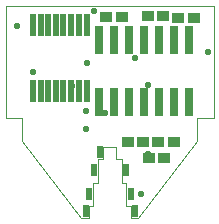
<source format=gbr>
%FSLAX23Y23*%
%MOIN*%
G04 EasyPC Gerber Version 16.0.6 Build 3249 *
%ADD90R,0.02000X0.07200*%
%ADD27R,0.02362X0.04331*%
%ADD89R,0.02800X0.09300*%
%ADD88C,0.00394*%
%ADD73R,0.04100X0.03400*%
%ADD77C,0.02175*%
X0Y0D02*
D02*
D27*
X268Y177D03*
X280Y236D03*
X296Y315D03*
X315Y374D03*
X402Y315D03*
X418Y236D03*
X433Y177D03*
D02*
D73*
X337Y826D03*
X388D03*
X408Y409D03*
X459D03*
X475Y830D03*
X479Y354D03*
X510Y409D03*
X526Y830D03*
X530Y354D03*
X561Y409D03*
X577Y823D03*
X628D03*
D02*
D77*
X40Y795D03*
X91Y641D03*
X221Y594D03*
X268Y452D03*
Y511D03*
X272Y673D03*
X296Y846D03*
X331Y504D03*
X363Y732D03*
X433Y689D03*
X453Y236D03*
X477Y370D03*
Y598D03*
X677Y708D03*
D02*
D88*
X695Y785D02*
Y863D01*
X2*
Y489*
X57*
Y411*
X254Y155*
X278*
Y194*
X293*
Y273*
X309*
Y352*
X327*
Y391*
X370*
Y352*
X388*
Y273*
X404*
Y194*
X419*
Y155*
X443*
X640Y411*
Y489*
X695*
Y785*
X1000Y464D02*
*
D89*
X311Y543D03*
Y748D03*
X361Y543D03*
Y748D03*
X411Y543D03*
Y748D03*
X461Y543D03*
Y748D03*
X511Y543D03*
Y748D03*
X561Y543D03*
Y748D03*
X611Y543D03*
Y748D03*
D02*
D90*
X92Y578D03*
Y800D03*
X118Y578D03*
Y800D03*
X143Y578D03*
Y800D03*
X169Y578D03*
Y800D03*
X194Y578D03*
Y800D03*
X220Y578D03*
Y800D03*
X245Y578D03*
Y800D03*
X271Y578D03*
Y800D03*
X0Y0D02*
M02*

</source>
